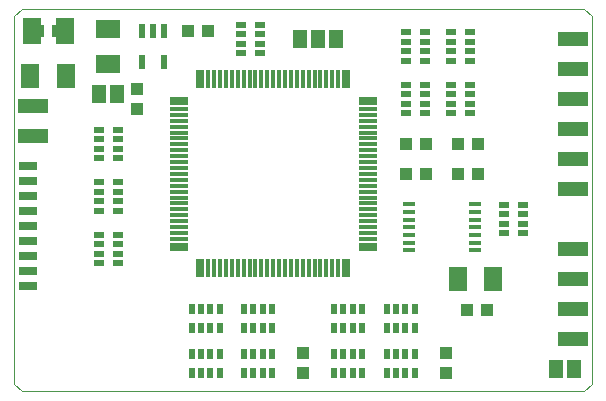
<source format=gtp>
G75*
%MOIN*%
%OFA0B0*%
%FSLAX25Y25*%
%IPPOS*%
%LPD*%
%AMOC8*
5,1,8,0,0,1.08239X$1,22.5*
%
%ADD10C,0.00000*%
%ADD11R,0.10000X0.05000*%
%ADD12R,0.05906X0.07874*%
%ADD13R,0.04331X0.03937*%
%ADD14R,0.07874X0.05906*%
%ADD15R,0.03937X0.04331*%
%ADD16R,0.06299X0.03150*%
%ADD17R,0.06299X0.08661*%
%ADD18R,0.03543X0.01969*%
%ADD19R,0.05906X0.02520*%
%ADD20R,0.05906X0.01260*%
%ADD21R,0.02520X0.05906*%
%ADD22R,0.01260X0.05906*%
%ADD23R,0.03937X0.01378*%
%ADD24R,0.02165X0.04724*%
%ADD25R,0.01969X0.03543*%
%ADD26R,0.04600X0.06300*%
D10*
X0007850Y0004100D02*
X0005350Y0006600D01*
X0005350Y0129100D01*
X0007850Y0131600D01*
X0195350Y0131600D01*
X0197850Y0129100D01*
X0197850Y0006600D01*
X0195350Y0004100D01*
X0007850Y0004100D01*
D11*
X0011600Y0089100D03*
X0011600Y0099100D03*
X0191600Y0101600D03*
X0191600Y0091600D03*
X0191600Y0081600D03*
X0191600Y0071600D03*
X0191600Y0051600D03*
X0191600Y0041600D03*
X0191600Y0031600D03*
X0191600Y0021600D03*
X0191600Y0111600D03*
X0191600Y0121600D03*
D12*
X0165006Y0041600D03*
X0153194Y0041600D03*
X0022506Y0109100D03*
X0010694Y0109100D03*
D13*
X0063254Y0124100D03*
X0069946Y0124100D03*
X0156066Y0031287D03*
X0162759Y0031287D03*
X0149100Y0016821D03*
X0149100Y0010129D03*
X0101600Y0010129D03*
X0101600Y0016821D03*
D14*
X0036600Y0113194D03*
X0036600Y0125006D03*
D15*
X0019946Y0124100D03*
X0013254Y0124100D03*
X0046287Y0104946D03*
X0046287Y0098254D03*
X0135754Y0086600D03*
X0142446Y0086600D03*
X0153254Y0086600D03*
X0159946Y0086600D03*
X0159946Y0076600D03*
X0153254Y0076600D03*
X0142446Y0076600D03*
X0135754Y0076600D03*
D16*
X0009725Y0074100D03*
X0009725Y0069100D03*
X0009725Y0064100D03*
X0009725Y0059100D03*
X0009725Y0054100D03*
X0009725Y0049100D03*
X0009725Y0044100D03*
X0009725Y0039100D03*
X0009725Y0079100D03*
D17*
X0011088Y0124100D03*
X0022112Y0124100D03*
D18*
X0033450Y0091324D03*
X0033450Y0088175D03*
X0033450Y0085025D03*
X0033450Y0081876D03*
X0039750Y0081876D03*
X0039750Y0085025D03*
X0039750Y0088175D03*
X0039750Y0091324D03*
X0039750Y0073824D03*
X0039750Y0070675D03*
X0039750Y0067525D03*
X0039750Y0064376D03*
X0033450Y0064376D03*
X0033450Y0067525D03*
X0033450Y0070675D03*
X0033450Y0073824D03*
X0033450Y0056324D03*
X0033450Y0053175D03*
X0033450Y0050025D03*
X0033450Y0046876D03*
X0039750Y0046876D03*
X0039750Y0050025D03*
X0039750Y0053175D03*
X0039750Y0056324D03*
X0080950Y0116876D03*
X0080950Y0120025D03*
X0080950Y0123175D03*
X0080950Y0126324D03*
X0087250Y0126324D03*
X0087250Y0123175D03*
X0087250Y0120025D03*
X0087250Y0116876D03*
X0135950Y0117525D03*
X0135950Y0120675D03*
X0135950Y0123824D03*
X0142250Y0123824D03*
X0142250Y0120675D03*
X0142250Y0117525D03*
X0142250Y0114376D03*
X0135950Y0114376D03*
X0135950Y0106324D03*
X0135950Y0103175D03*
X0135950Y0100025D03*
X0135950Y0096876D03*
X0142250Y0096876D03*
X0142250Y0100025D03*
X0142250Y0103175D03*
X0142250Y0106324D03*
X0150950Y0106324D03*
X0150950Y0103175D03*
X0150950Y0100025D03*
X0150950Y0096876D03*
X0157250Y0096876D03*
X0157250Y0100025D03*
X0157250Y0103175D03*
X0157250Y0106324D03*
X0157250Y0114376D03*
X0157250Y0117525D03*
X0157250Y0120675D03*
X0157250Y0123824D03*
X0150950Y0123824D03*
X0150950Y0120675D03*
X0150950Y0117525D03*
X0150950Y0114376D03*
X0168450Y0066324D03*
X0168450Y0063175D03*
X0168450Y0060025D03*
X0168450Y0056876D03*
X0174750Y0056876D03*
X0174750Y0060025D03*
X0174750Y0063175D03*
X0174750Y0066324D03*
D19*
X0123096Y0052348D03*
X0060104Y0052348D03*
X0060104Y0100852D03*
X0123096Y0100852D03*
D20*
X0123096Y0098254D03*
X0123096Y0096285D03*
X0123096Y0094317D03*
X0123096Y0092348D03*
X0123096Y0090380D03*
X0123096Y0088411D03*
X0123096Y0086443D03*
X0123096Y0084474D03*
X0123096Y0082506D03*
X0123096Y0080537D03*
X0123096Y0078569D03*
X0123096Y0076600D03*
X0123096Y0074631D03*
X0123096Y0072663D03*
X0123096Y0070694D03*
X0123096Y0068726D03*
X0123096Y0066757D03*
X0123096Y0064789D03*
X0123096Y0062820D03*
X0123096Y0060852D03*
X0123096Y0058883D03*
X0123096Y0056915D03*
X0123096Y0054946D03*
X0060104Y0054946D03*
X0060104Y0056915D03*
X0060104Y0058883D03*
X0060104Y0060852D03*
X0060104Y0062820D03*
X0060104Y0064789D03*
X0060104Y0066757D03*
X0060104Y0068726D03*
X0060104Y0070694D03*
X0060104Y0072663D03*
X0060104Y0074631D03*
X0060104Y0076600D03*
X0060104Y0078569D03*
X0060104Y0080537D03*
X0060104Y0082506D03*
X0060104Y0084474D03*
X0060104Y0086443D03*
X0060104Y0088411D03*
X0060104Y0090380D03*
X0060104Y0092348D03*
X0060104Y0094317D03*
X0060104Y0096285D03*
X0060104Y0098254D03*
D21*
X0067348Y0108096D03*
X0115852Y0108096D03*
X0115852Y0045104D03*
X0067348Y0045104D03*
D22*
X0069946Y0045104D03*
X0071915Y0045104D03*
X0073883Y0045104D03*
X0075852Y0045104D03*
X0077820Y0045104D03*
X0079789Y0045104D03*
X0081757Y0045104D03*
X0083726Y0045104D03*
X0085694Y0045104D03*
X0087663Y0045104D03*
X0089631Y0045104D03*
X0091600Y0045104D03*
X0093569Y0045104D03*
X0095537Y0045104D03*
X0097506Y0045104D03*
X0099474Y0045104D03*
X0101443Y0045104D03*
X0103411Y0045104D03*
X0105380Y0045104D03*
X0107348Y0045104D03*
X0109317Y0045104D03*
X0111285Y0045104D03*
X0113254Y0045104D03*
X0113254Y0108096D03*
X0111285Y0108096D03*
X0109317Y0108096D03*
X0107348Y0108096D03*
X0105380Y0108096D03*
X0103411Y0108096D03*
X0101443Y0108096D03*
X0099474Y0108096D03*
X0097506Y0108096D03*
X0095537Y0108096D03*
X0093569Y0108096D03*
X0091600Y0108096D03*
X0089631Y0108096D03*
X0087663Y0108096D03*
X0085694Y0108096D03*
X0083726Y0108096D03*
X0081757Y0108096D03*
X0079789Y0108096D03*
X0077820Y0108096D03*
X0075852Y0108096D03*
X0073883Y0108096D03*
X0071915Y0108096D03*
X0069946Y0108096D03*
D23*
X0136728Y0066465D03*
X0136728Y0063906D03*
X0136728Y0061347D03*
X0136728Y0058787D03*
X0136728Y0056228D03*
X0136728Y0053669D03*
X0136728Y0051110D03*
X0158972Y0051110D03*
X0158972Y0053669D03*
X0158972Y0056228D03*
X0158972Y0058787D03*
X0158972Y0061347D03*
X0158972Y0063906D03*
X0158972Y0066465D03*
D24*
X0055340Y0113982D03*
X0047860Y0113982D03*
X0047860Y0124218D03*
X0051600Y0124218D03*
X0055340Y0124218D03*
D25*
X0064376Y0031625D03*
X0067525Y0031625D03*
X0070675Y0031625D03*
X0073824Y0031625D03*
X0073824Y0025325D03*
X0070675Y0025325D03*
X0067525Y0025325D03*
X0064376Y0025325D03*
X0064376Y0016625D03*
X0067525Y0016625D03*
X0070675Y0016625D03*
X0073824Y0016625D03*
X0081876Y0016625D03*
X0085025Y0016625D03*
X0088175Y0016625D03*
X0091324Y0016625D03*
X0091324Y0010325D03*
X0088175Y0010325D03*
X0085025Y0010325D03*
X0081876Y0010325D03*
X0073824Y0010325D03*
X0070675Y0010325D03*
X0067525Y0010325D03*
X0064376Y0010325D03*
X0081876Y0025325D03*
X0085025Y0025325D03*
X0088175Y0025325D03*
X0091324Y0025325D03*
X0091324Y0031625D03*
X0088175Y0031625D03*
X0085025Y0031625D03*
X0081876Y0031625D03*
X0111876Y0031625D03*
X0115025Y0031625D03*
X0118175Y0031625D03*
X0121324Y0031625D03*
X0121324Y0025325D03*
X0118175Y0025325D03*
X0115025Y0025325D03*
X0111876Y0025325D03*
X0111876Y0016625D03*
X0115025Y0016625D03*
X0118175Y0016625D03*
X0121324Y0016625D03*
X0129376Y0016625D03*
X0132525Y0016625D03*
X0135675Y0016625D03*
X0138824Y0016625D03*
X0138824Y0010325D03*
X0135675Y0010325D03*
X0132525Y0010325D03*
X0129376Y0010325D03*
X0121324Y0010325D03*
X0118175Y0010325D03*
X0115025Y0010325D03*
X0111876Y0010325D03*
X0129376Y0025325D03*
X0132525Y0025325D03*
X0135675Y0025325D03*
X0138824Y0025325D03*
X0138824Y0031625D03*
X0135675Y0031625D03*
X0132525Y0031625D03*
X0129376Y0031625D03*
D26*
X0185787Y0011600D03*
X0191787Y0011600D03*
X0039600Y0103162D03*
X0033600Y0103162D03*
X0100600Y0121600D03*
X0106600Y0121600D03*
X0112600Y0121600D03*
M02*

</source>
